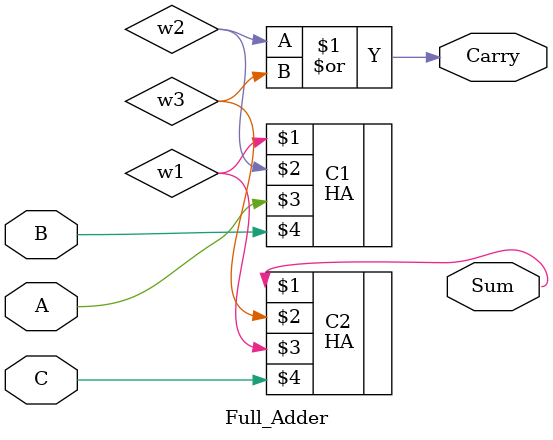
<source format=v>
module Full_Adder (Sum, Carry, A, B, C);
output Sum, Carry;
input A, B, C;
wire w1, w2, w3;

// Chain two half adders to create `Sum`
// terminate with `or` of HA output to obtain `Carry`

// FourBit_Adder signature:
//    $ HA(Sum, Carry, A, B)

HA C1(w1, w2, A, B);
HA C2(Sum, w3, w1, C);
or C3(Carry, w2, w3);

endmodule
</source>
